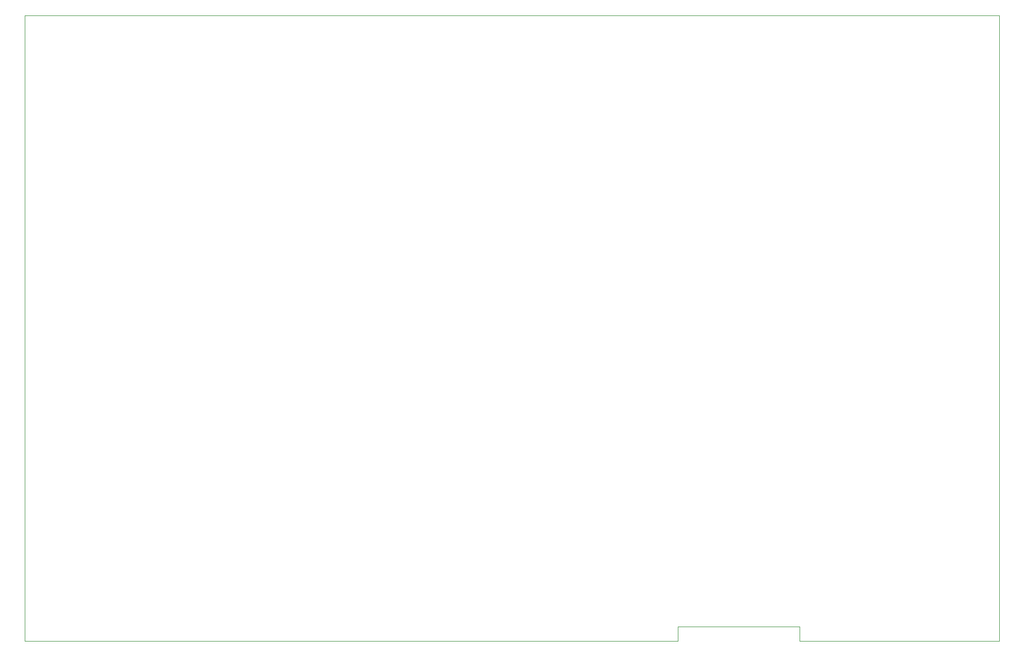
<source format=gbr>
%TF.GenerationSoftware,KiCad,Pcbnew,9.0.0*%
%TF.CreationDate,2025-05-18T10:37:10+02:00*%
%TF.ProjectId,HexAgon,48657841-676f-46e2-9e6b-696361645f70,rev?*%
%TF.SameCoordinates,Original*%
%TF.FileFunction,Profile,NP*%
%FSLAX46Y46*%
G04 Gerber Fmt 4.6, Leading zero omitted, Abs format (unit mm)*
G04 Created by KiCad (PCBNEW 9.0.0) date 2025-05-18 10:37:10*
%MOMM*%
%LPD*%
G01*
G04 APERTURE LIST*
%TA.AperFunction,Profile*%
%ADD10C,0.050000*%
%TD*%
G04 APERTURE END LIST*
D10*
X239600000Y-43600000D02*
X238500000Y-43600000D01*
X239600000Y-44650000D02*
X239600000Y-43600000D01*
X79600000Y-43600000D02*
X238500000Y-43600000D01*
X79600000Y-44625000D02*
X79600000Y-43600000D01*
X79600000Y-146400000D02*
X80600000Y-146400000D01*
X79600000Y-145375233D02*
X79600000Y-146400000D01*
X186800000Y-146400000D02*
X185799767Y-146399767D01*
X186800000Y-145399767D02*
X186800000Y-146400000D01*
X186800000Y-144000000D02*
X187800000Y-144000000D01*
X186800000Y-145000000D02*
X186800000Y-144000000D01*
X206800000Y-144000000D02*
X206800000Y-145000000D01*
X205800000Y-144000000D02*
X206800000Y-144000000D01*
X206800000Y-146400000D02*
X206800000Y-145387500D01*
X207800000Y-146400000D02*
X206800000Y-146400000D01*
X239600000Y-146400000D02*
X239600000Y-145400000D01*
X238600000Y-146400000D02*
X239600000Y-146400000D01*
X238600000Y-146400000D02*
X207800000Y-146400000D01*
X206800000Y-145387500D02*
X206800000Y-145000000D01*
X79600000Y-44625000D02*
X79600000Y-145375233D01*
X186800000Y-145000000D02*
X186800000Y-145399767D01*
X205800000Y-144000000D02*
X187800000Y-144000000D01*
X185799767Y-146399767D02*
X80600000Y-146400000D01*
X239600000Y-44650000D02*
X239600000Y-145400000D01*
M02*

</source>
